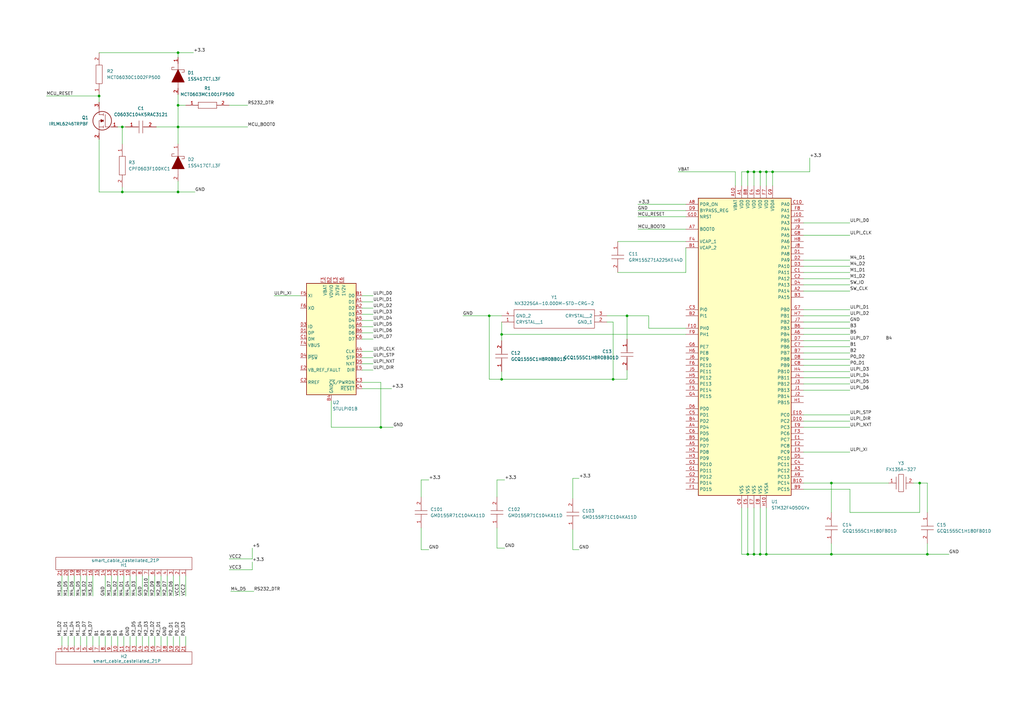
<source format=kicad_sch>
(kicad_sch (version 20211123) (generator eeschema)
  (paper "A3")
  (lib_symbols
    (symbol "Interface_USB:STULPI01B"
      (property "Reference" "U" (at -8.89 24.13 0))
      (property "Value" "STULPI01B" (at 8.89 24.13 0))
      (symbol "STULPI01B_1_1"
        (pin bidirectional line (at -12.7 15.24 0) (length 2.54) (name "D1") (number "A1"))
        (pin bidirectional line (at -12.7 12.7 0) (length 2.54) (name "D2") (number "A2"))
        (pin bidirectional line (at -12.7 10.16 0) (length 2.54) (name "D3") (number "A3"))
        (pin output line (at -12.7 -5.08 0) (length 2.54) (name "CLK") (number "A4"))
        (pin bidirectional line (at -12.7 7.62 0) (length 2.54) (name "D4") (number "A5"))
        (pin bidirectional line (at -12.7 5.08 0) (length 2.54) (name "D5") (number "A6"))
        (pin bidirectional line (at -12.7 17.78 0) (length 2.54) (name "D0") (number "B1"))
        (pin power_in line (at 0 25.4 270) (length 2.54) (name "VDVIO") (number "B2"))
        (pin passive line (at 0 25.4 270) (length 2.54) hide (name "VDVIO") (number "B3"))
        (pin power_in line (at 0 -25.4 90) (length 2.54) (name "GND") (number "B4"))
        (pin passive line (at 0 25.4 270) (length 2.54) hide (name "VDVIO") (number "B5"))
        (pin bidirectional line (at -12.7 2.54 0) (length 2.54) (name "D6") (number "B6"))
        (pin bidirectional line (at 12.7 0 180) (length 2.54) (name "DM") (number "C1"))
        (pin passive line (at 12.7 -17.78 180) (length 2.54) (name "RREF") (number "C2"))
        (pin input line (at -12.7 -17.78 0) (length 2.54) (name "~{CS}/PWRDN") (number "C3"))
        (pin input line (at -12.7 -20.32 0) (length 2.54) (name "~{RESET}") (number "C4"))
        (pin passive line (at 0 -25.4 90) (length 2.54) hide (name "GND") (number "C5"))
        (pin bidirectional line (at -12.7 0 0) (length 2.54) (name "D7") (number "C6"))
        (pin bidirectional line (at 12.7 2.54 180) (length 2.54) (name "DP") (number "D1"))
        (pin passive line (at 0 -25.4 90) (length 2.54) hide (name "GND") (number "D2"))
        (pin input line (at 12.7 5.08 180) (length 2.54) (name "ID") (number "D3"))
        (pin output line (at 12.7 -7.62 180) (length 2.54) (name "~{PSW}") (number "D4"))
        (pin output line (at -12.7 -10.16 0) (length 2.54) (name "NXT") (number "D5"))
        (pin input line (at -12.7 -7.62 0) (length 2.54) (name "STP") (number "D6"))
        (pin passive line (at 0 -25.4 90) (length 2.54) hide (name "GND") (number "E1"))
        (pin input line (at 12.7 -12.7 180) (length 2.54) (name "VB_REF_FAULT") (number "E2"))
        (pin passive line (at -2.54 25.4 270) (length 2.54) (name "3V3V") (number "E3"))
        (pin passive line (at 0 -25.4 90) (length 2.54) hide (name "GND") (number "E4"))
        (pin output line (at -12.7 -12.7 0) (length 2.54) (name "DIR") (number "E5"))
        (pin passive line (at -5.08 25.4 270) (length 2.54) (name "1V2V") (number "E6"))
        (pin no_connect line (at -10.16 -2.54 0) (length 2.54) hide (name "NC") (number "F1"))
        (pin no_connect line (at -10.16 -15.24 0) (length 2.54) hide (name "NC") (number "F2"))
        (pin power_in line (at 2.54 25.4 270) (length 2.54) (name "VBAT") (number "F3"))
        (pin bidirectional line (at 12.7 -2.54 180) (length 2.54) (name "VBUS") (number "F4"))
        (pin input line (at 12.7 17.78 180) (length 2.54) (name "XI") (number "F5"))
        (pin output line (at 12.7 12.7 180) (length 2.54) (name "XO") (number "F6"))
      )
    )
    (symbol "MCU_ST_STM32F4:STM32F405OGYx"
      (property "Reference" "U" (at -20.32 62.23 0))
      (property "Value" "STM32F405OGYx" (at 12.7 62.23 0))
      (symbol "STM32F405OGYx_1_1"
        (pin power_in line (at -2.54 66.04 270) (length 5.08) (name "VDD") (number "A1"))
        (pin power_in line (at -5.08 66.04 270) (length 5.08) (name "VBAT") (number "A10"))
        (pin bidirectional line (at 22.86 22.86 180) (length 5.08) (name "PA14") (number "A2"))
        (pin bidirectional line (at 22.86 -50.8 180) (length 5.08) (name "PC12") (number "A3"))
        (pin bidirectional line (at -25.4 -33.02 0) (length 5.08) (name "PD4") (number "A4"))
        (pin bidirectional line (at -25.4 -40.64 0) (length 5.08) (name "PD7") (number "A5"))
        (pin bidirectional line (at 22.86 5.08 180) (length 5.08) (name "PB4") (number "A6"))
        (pin input line (at -25.4 48.26 0) (length 5.08) (name "BOOT0") (number "A7"))
        (pin input line (at -25.4 58.42 0) (length 5.08) (name "PDR_ON") (number "A8"))
        (pin bidirectional line (at 22.86 -53.34 180) (length 5.08) (name "PC13") (number "A9"))
        (pin power_in line (at -25.4 40.64 0) (length 5.08) (name "VCAP_2") (number "B1"))
        (pin bidirectional line (at 22.86 -55.88 180) (length 5.08) (name "PC14") (number "B10"))
        (pin bidirectional line (at -25.4 12.7 0) (length 5.08) (name "PI1") (number "B2"))
        (pin bidirectional line (at 22.86 20.32 180) (length 5.08) (name "PA15") (number "B3"))
        (pin bidirectional line (at -25.4 -30.48 0) (length 5.08) (name "PD2") (number "B4"))
        (pin bidirectional line (at -25.4 -38.1 0) (length 5.08) (name "PD6") (number "B5"))
        (pin bidirectional line (at 22.86 7.62 180) (length 5.08) (name "PB3") (number "B6"))
        (pin bidirectional line (at 22.86 -2.54 180) (length 5.08) (name "PB7") (number "B7"))
        (pin power_in line (at 0 66.04 270) (length 5.08) (name "VDD") (number "B8"))
        (pin bidirectional line (at 22.86 -58.42 180) (length 5.08) (name "PC15") (number "B9"))
        (pin bidirectional line (at 22.86 30.48 180) (length 5.08) (name "PA11") (number "C1"))
        (pin bidirectional line (at 22.86 58.42 180) (length 5.08) (name "PA0") (number "C10"))
        (pin bidirectional line (at 22.86 27.94 180) (length 5.08) (name "PA12") (number "C2"))
        (pin bidirectional line (at -25.4 15.24 0) (length 5.08) (name "PI0") (number "C3"))
        (pin bidirectional line (at 22.86 -48.26 180) (length 5.08) (name "PC11") (number "C4"))
        (pin bidirectional line (at -25.4 -27.94 0) (length 5.08) (name "PD1") (number "C5"))
        (pin bidirectional line (at -25.4 -35.56 0) (length 5.08) (name "PD5") (number "C6"))
        (pin bidirectional line (at 22.86 0 180) (length 5.08) (name "PB6") (number "C7"))
        (pin bidirectional line (at 22.86 -7.62 180) (length 5.08) (name "PB9") (number "C8"))
        (pin power_in line (at -2.54 -66.04 90) (length 5.08) (name "VSS") (number "C9"))
        (pin bidirectional line (at 22.86 38.1 180) (length 5.08) (name "PA8") (number "D1"))
        (pin bidirectional line (at 22.86 -30.48 180) (length 5.08) (name "PC2") (number "D10"))
        (pin bidirectional line (at 22.86 35.56 180) (length 5.08) (name "PA9") (number "D2"))
        (pin bidirectional line (at 22.86 33.02 180) (length 5.08) (name "PA10") (number "D3"))
        (pin bidirectional line (at 22.86 25.4 180) (length 5.08) (name "PA13") (number "D4"))
        (pin bidirectional line (at 22.86 -45.72 180) (length 5.08) (name "PC10") (number "D5"))
        (pin bidirectional line (at -25.4 -25.4 0) (length 5.08) (name "PD0") (number "D6"))
        (pin bidirectional line (at 22.86 2.54 180) (length 5.08) (name "PB5") (number "D7"))
        (pin bidirectional line (at 22.86 -5.08 180) (length 5.08) (name "PB8") (number "D8"))
        (pin input line (at -25.4 55.88 0) (length 5.08) (name "BYPASS_REG") (number "D9"))
        (pin bidirectional line (at 22.86 -38.1 180) (length 5.08) (name "PC7") (number "E1"))
        (pin bidirectional line (at 22.86 -27.94 180) (length 5.08) (name "PC0") (number "E10"))
        (pin bidirectional line (at 22.86 -40.64 180) (length 5.08) (name "PC8") (number "E2"))
        (pin bidirectional line (at 22.86 -43.18 180) (length 5.08) (name "PC9") (number "E3"))
        (pin power_in line (at 2.54 66.04 270) (length 5.08) (name "VDD") (number "E4"))
        (pin power_in line (at 0 -66.04 90) (length 5.08) (name "VSS") (number "E5"))
        (pin power_in line (at 5.08 66.04 270) (length 5.08) (name "VDD") (number "E6"))
        (pin power_in line (at 2.54 -66.04 90) (length 5.08) (name "VSS") (number "E7"))
        (pin power_in line (at 5.08 -66.04 90) (length 5.08) (name "VSS") (number "E8"))
        (pin bidirectional line (at 22.86 -33.02 180) (length 5.08) (name "PC3") (number "E9"))
        (pin bidirectional line (at -25.4 -58.42 0) (length 5.08) (name "PD15") (number "F1"))
        (pin input line (at -25.4 7.62 0) (length 5.08) (name "PH0") (number "F10"))
        (pin bidirectional line (at -25.4 -55.88 0) (length 5.08) (name "PD14") (number "F2"))
        (pin bidirectional line (at 22.86 -35.56 180) (length 5.08) (name "PC6") (number "F3"))
        (pin power_in line (at -25.4 43.18 0) (length 5.08) (name "VCAP_1") (number "F4"))
        (pin bidirectional line (at -25.4 -17.78 0) (length 5.08) (name "PE14") (number "F5"))
        (pin bidirectional line (at -25.4 -7.62 0) (length 5.08) (name "PE10") (number "F6"))
        (pin power_in line (at 7.62 66.04 270) (length 5.08) (name "VDD") (number "F7"))
        (pin bidirectional line (at 22.86 55.88 180) (length 5.08) (name "PA1") (number "F8"))
        (pin input line (at -25.4 5.08 0) (length 5.08) (name "PH1") (number "F9"))
        (pin bidirectional line (at -25.4 -50.8 0) (length 5.08) (name "PD11") (number "G1"))
        (pin input line (at -25.4 53.34 0) (length 5.08) (name "NRST") (number "G10"))
        (pin bidirectional line (at -25.4 -53.34 0) (length 5.08) (name "PD12") (number "G2"))
        (pin bidirectional line (at -25.4 -48.26 0) (length 5.08) (name "PD10") (number "G3"))
        (pin bidirectional line (at -25.4 -20.32 0) (length 5.08) (name "PE15") (number "G4"))
        (pin bidirectional line (at -25.4 -15.24 0) (length 5.08) (name "PE13") (number "G5"))
        (pin bidirectional line (at -25.4 0 0) (length 5.08) (name "PE7") (number "G6"))
        (pin bidirectional line (at 22.86 15.24 180) (length 5.08) (name "PB0") (number "G7"))
        (pin bidirectional line (at 22.86 45.72 180) (length 5.08) (name "PA5") (number "G8"))
        (pin power_in line (at 10.16 66.04 270) (length 5.08) (name "VDDA") (number "G9"))
        (pin bidirectional line (at 22.86 -22.86 180) (length 5.08) (name "PB15") (number "H1"))
        (pin power_in line (at 7.62 -66.04 90) (length 5.08) (name "VSSA") (number "H10"))
        (pin bidirectional line (at -25.4 -43.18 0) (length 5.08) (name "PD8") (number "H2"))
        (pin bidirectional line (at -25.4 -45.72 0) (length 5.08) (name "PD9") (number "H3"))
        (pin bidirectional line (at 22.86 -10.16 180) (length 5.08) (name "PB10") (number "H4"))
        (pin bidirectional line (at -25.4 -12.7 0) (length 5.08) (name "PE12") (number "H5"))
        (pin bidirectional line (at -25.4 -2.54 0) (length 5.08) (name "PE8") (number "H6"))
        (pin bidirectional line (at 22.86 12.7 180) (length 5.08) (name "PB1") (number "H7"))
        (pin bidirectional line (at 22.86 43.18 180) (length 5.08) (name "PA6") (number "H8"))
        (pin bidirectional line (at 22.86 50.8 180) (length 5.08) (name "PA3") (number "H9"))
        (pin bidirectional line (at 22.86 -17.78 180) (length 5.08) (name "PB13") (number "J1"))
        (pin bidirectional line (at 22.86 53.34 180) (length 5.08) (name "PA2") (number "J10"))
        (pin bidirectional line (at 22.86 -20.32 180) (length 5.08) (name "PB14") (number "J2"))
        (pin bidirectional line (at 22.86 -15.24 180) (length 5.08) (name "PB12") (number "J3"))
        (pin bidirectional line (at 22.86 -12.7 180) (length 5.08) (name "PB11") (number "J4"))
        (pin bidirectional line (at -25.4 -10.16 0) (length 5.08) (name "PE11") (number "J5"))
        (pin bidirectional line (at -25.4 -5.08 0) (length 5.08) (name "PE9") (number "J6"))
        (pin bidirectional line (at 22.86 10.16 180) (length 5.08) (name "PB2") (number "J7"))
        (pin bidirectional line (at 22.86 40.64 180) (length 5.08) (name "PA7") (number "J8"))
        (pin bidirectional line (at 22.86 48.26 180) (length 5.08) (name "PA4") (number "J9"))
      )
    )
    (symbol "SamacSys_Parts:1SS417CT,L3F" (pin_names (offset 0.762))
      (property "Reference" "D" (at 12.7 8.89 0))
      (property "Value" "1SS417CT,L3F" (at 12.7 6.35 0))
      (symbol "1SS417CT,L3F_0_0"
        (pin passive line (at 2.54 0 0) (length 2.54) (name "~") (number "1"))
        (pin passive line (at 17.78 0 180) (length 2.54) (name "~") (number "2"))
      )
    )
    (symbol "SamacSys_Parts:C0603C104K5RAC3121" (pin_names (offset 0.762))
      (property "Reference" "C" (at 8.89 6.35 0))
      (property "Value" "C0603C104K5RAC3121" (at 8.89 3.81 0))
      (symbol "C0603C104K5RAC3121_0_0"
        (pin passive line (at 0 0 0) (length 5.08) (name "~") (number "1"))
        (pin passive line (at 12.7 0 180) (length 5.08) (name "~") (number "2"))
      )
    )
    (symbol "SamacSys_Parts:CPF0603F100KC1" (pin_names (offset 0.762))
      (property "Reference" "R" (at 13.97 6.35 0))
      (property "Value" "CPF0603F100KC1" (at 13.97 3.81 0))
      (symbol "CPF0603F100KC1_0_0"
        (pin passive line (at 0 0 0) (length 5.08) (name "~") (number "1"))
        (pin passive line (at 17.78 0 180) (length 5.08) (name "~") (number "2"))
      )
    )
    (symbol "SamacSys_Parts:FX135A-327" (pin_names (offset 0.762))
      (property "Reference" "Y" (at 8.89 6.35 0))
      (property "Value" "FX135A-327" (at 8.89 3.81 0))
      (symbol "FX135A-327_0_0"
        (pin passive line (at 0 0 0) (length 2.54) (name "~") (number "1"))
        (pin passive line (at 10.16 0 180) (length 2.54) (name "~") (number "2"))
      )
    )
    (symbol "SamacSys_Parts:GCQ1555C1H180FB01D" (pin_names (offset 0.762))
      (property "Reference" "C" (at 8.89 6.35 0))
      (property "Value" "GCQ1555C1H180FB01D" (at 8.89 3.81 0))
      (symbol "GCQ1555C1H180FB01D_0_0"
        (pin passive line (at 0 0 0) (length 5.08) (name "~") (number "1"))
        (pin passive line (at 12.7 0 180) (length 5.08) (name "~") (number "2"))
      )
    )
    (symbol "SamacSys_Parts:GCQ1555C1H8R0BB01D" (pin_names (offset 0.762))
      (property "Reference" "C" (at 8.89 6.35 0))
      (property "Value" "GCQ1555C1H8R0BB01D" (at 8.89 3.81 0))
      (symbol "GCQ1555C1H8R0BB01D_0_0"
        (pin passive line (at 0 0 0) (length 5.08) (name "~") (number "1"))
        (pin passive line (at 12.7 0 180) (length 5.08) (name "~") (number "2"))
      )
    )
    (symbol "SamacSys_Parts:GMD155R71C104KA11D" (pin_names (offset 0.762))
      (property "Reference" "C" (at 8.89 6.35 0))
      (property "Value" "GMD155R71C104KA11D" (at 8.89 3.81 0))
      (symbol "GMD155R71C104KA11D_0_0"
        (pin passive line (at 0 0 0) (length 5.08) (name "~") (number "1"))
        (pin passive line (at 12.7 0 180) (length 5.08) (name "~") (number "2"))
      )
    )
    (symbol "SamacSys_Parts:GRM155Z71A225KE44D" (pin_names (offset 0.762))
      (property "Reference" "C" (at 8.89 6.35 0))
      (property "Value" "GRM155Z71A225KE44D" (at 8.89 3.81 0))
      (symbol "GRM155Z71A225KE44D_0_0"
        (pin passive line (at 0 0 0) (length 5.08) (name "~") (number "1"))
        (pin passive line (at 12.7 0 180) (length 5.08) (name "~") (number "2"))
      )
    )
    (symbol "SamacSys_Parts:IRLML6246TRPBF" (pin_names (offset 0.762))
      (property "Reference" "Q" (at 11.43 3.81 0))
      (property "Value" "IRLML6246TRPBF" (at 11.43 1.27 0))
      (symbol "IRLML6246TRPBF_0_0"
        (pin passive line (at 0 0 0) (length 2.54) (name "~") (number "1"))
        (pin passive line (at 7.62 -5.08 90) (length 2.54) (name "~") (number "2"))
        (pin passive line (at 7.62 10.16 270) (length 2.54) (name "~") (number "3"))
      )
    )
    (symbol "SamacSys_Parts:MCT06030C1002FP500" (pin_names (offset 0.762))
      (property "Reference" "R" (at 13.97 6.35 0))
      (property "Value" "MCT06030C1002FP500" (at 13.97 3.81 0))
      (symbol "MCT06030C1002FP500_0_0"
        (pin passive line (at 0 0 0) (length 5.08) (name "~") (number "1"))
        (pin passive line (at 17.78 0 180) (length 5.08) (name "~") (number "2"))
      )
    )
    (symbol "SamacSys_Parts:MCT0603MC1001FP500" (pin_names (offset 0.762))
      (property "Reference" "R" (at 13.97 6.35 0))
      (property "Value" "MCT0603MC1001FP500" (at 13.97 3.81 0))
      (symbol "MCT0603MC1001FP500_0_0"
        (pin passive line (at 0 0 0) (length 5.08) (name "~") (number "1"))
        (pin passive line (at 17.78 0 180) (length 5.08) (name "~") (number "2"))
      )
    )
    (symbol "SamacSys_Parts:NX3225GA-10.000M-STD-CRG-2" (pin_names (offset 0.762))
      (property "Reference" "Y" (at 39.37 7.62 0))
      (property "Value" "NX3225GA-10.000M-STD-CRG-2" (at 39.37 5.08 0))
      (symbol "NX3225GA-10.000M-STD-CRG-2_0_0"
        (pin passive line (at 0 -2.54 0) (length 5.08) (name "CRYSTAL__1") (number "1"))
        (pin passive line (at 43.18 -2.54 180) (length 5.08) (name "GND_1") (number "2"))
        (pin passive line (at 43.18 0 180) (length 5.08) (name "CRYSTAL__2") (number "3"))
        (pin passive line (at 0 0 0) (length 5.08) (name "GND_2") (number "4"))
      )
    )
    (symbol "connectors:smart_cable_castellated_21P"
      (property "Reference" "J1" (at 1.27 7.4676 0))
      (property "Value" "smart_cable_castellated_21P" (at 1.778 0.9652 0))
      (property "Footprint" "Kicad Libs:smart_cable_castellated_21p" (at 2.4384 -1.0668 0))
      (symbol "smart_cable_castellated_21P_1_1"
        (pin passive line (at -25.4 5.08 270) (length 2.54) (name "") (number "1"))
        (pin passive line (at -2.54 5.08 270) (length 2.54) (name "") (number "10"))
        (pin passive line (at 0 5.08 270) (length 2.54) (name "") (number "11"))
        (pin passive line (at 2.54 5.08 270) (length 2.54) (name "") (number "12"))
        (pin passive line (at 5.08 5.08 270) (length 2.54) (name "") (number "13"))
        (pin passive line (at 7.62 5.08 270) (length 2.54) (name "") (number "14"))
        (pin passive line (at 10.16 5.08 270) (length 2.54) (name "") (number "15"))
        (pin passive line (at 12.7 5.08 270) (length 2.54) (name "") (number "16"))
        (pin passive line (at 15.24 5.08 270) (length 2.54) (name "") (number "17"))
        (pin passive line (at 17.78 5.08 270) (length 2.54) (name "") (number "18"))
        (pin passive line (at 20.32 5.08 270) (length 2.54) (name "") (number "19"))
        (pin passive line (at -22.86 5.08 270) (length 2.54) (name "") (number "2"))
        (pin passive line (at 22.86 5.08 270) (length 2.54) (name "") (number "20"))
        (pin passive line (at 25.4 5.08 270) (length 2.54) (name "") (number "21"))
        (pin passive line (at -20.32 5.08 270) (length 2.54) (name "") (number "3"))
        (pin passive line (at -17.78 5.08 270) (length 2.54) (name "") (number "4"))
        (pin passive line (at -15.24 5.08 270) (length 2.54) (name "") (number "5"))
        (pin passive line (at -12.7 5.08 270) (length 2.54) (name "") (number "6"))
        (pin passive line (at -10.16 5.08 270) (length 2.54) (name "") (number "7"))
        (pin passive line (at -7.62 5.08 270) (length 2.54) (name "") (number "8"))
        (pin passive line (at -5.08 5.08 270) (length 2.54) (name "") (number "9"))
      )
    )
    (symbol "smart_cable_castellated_21P_1"
      (property "Reference" "J1" (at 1.27 7.4676 0))
      (property "Value" "smart_cable_castellated_21P_1" (at 1.778 0.9652 0))
      (property "Footprint" "Kicad Libs:smart_cable_castellated_21p" (at 2.4384 -1.0668 0))
      (symbol "smart_cable_castellated_21P_1_1_1"
        (pin passive line (at -25.4 5.08 270) (length 2.54) (name "") (number "1"))
        (pin passive line (at -2.54 5.08 270) (length 2.54) (name "") (number "10"))
        (pin passive line (at 0 5.08 270) (length 2.54) (name "") (number "11"))
        (pin passive line (at 2.54 5.08 270) (length 2.54) (name "") (number "12"))
        (pin passive line (at 5.08 5.08 270) (length 2.54) (name "") (number "13"))
        (pin passive line (at 7.62 5.08 270) (length 2.54) (name "") (number "14"))
        (pin passive line (at 10.16 5.08 270) (length 2.54) (name "") (number "15"))
        (pin passive line (at 12.7 5.08 270) (length 2.54) (name "") (number "16"))
        (pin passive line (at 15.24 5.08 270) (length 2.54) (name "") (number "17"))
        (pin passive line (at 17.78 5.08 270) (length 2.54) (name "") (number "18"))
        (pin passive line (at 20.32 5.08 270) (length 2.54) (name "") (number "19"))
        (pin passive line (at -22.86 5.08 270) (length 2.54) (name "") (number "2"))
        (pin passive line (at 22.86 5.08 270) (length 2.54) (name "") (number "20"))
        (pin passive line (at 25.4 5.08 270) (length 2.54) (name "") (number "21"))
        (pin passive line (at -20.32 5.08 270) (length 2.54) (name "") (number "3"))
        (pin passive line (at -17.78 5.08 270) (length 2.54) (name "") (number "4"))
        (pin passive line (at -15.24 5.08 270) (length 2.54) (name "") (number "5"))
        (pin passive line (at -12.7 5.08 270) (length 2.54) (name "") (number "6"))
        (pin passive line (at -10.16 5.08 270) (length 2.54) (name "") (number "7"))
        (pin passive line (at -7.62 5.08 270) (length 2.54) (name "") (number "8"))
        (pin passive line (at -5.08 5.08 270) (length 2.54) (name "") (number "9"))
      )
    )
  )
  (junction (at 340.995 227.33))
  (junction (at 73.025 43.18))
  (junction (at 205.74 137.16))
  (junction (at 309.245 227.33))
  (junction (at 316.865 70.485))
  (junction (at 306.705 227.33))
  (junction (at 40.64 39.37))
  (junction (at 306.705 70.485))
  (junction (at 73.025 52.07))
  (junction (at 380.365 227.33))
  (junction (at 73.025 78.74))
  (junction (at 340.995 198.12))
  (junction (at 309.245 70.485))
  (junction (at 377.19 198.12))
  (junction (at 73.025 21.59))
  (junction (at 205.74 155.575))
  (junction (at 314.325 70.485))
  (junction (at 251.46 155.575))
  (junction (at 257.175 129.54))
  (junction (at 311.785 70.485))
  (junction (at 50.165 52.07))
  (junction (at 314.325 227.33))
  (junction (at 311.785 227.33))
  (junction (at 200.66 129.54))
  (junction (at 156.21 175.26))
  (junction (at 50.165 78.74))
  (wire (pts (xy 73.025 43.18) (xy 76.2 43.18)))
  (wire (pts (xy 148.59 146.685) (xy 153.035 146.685)))
  (wire (pts (xy 203.835 224.79) (xy 207.01 224.79)))
  (wire (pts (xy 40.64 57.15) (xy 40.64 78.74)))
  (wire (pts (xy 172.72 225.425) (xy 175.895 225.425)))
  (wire (pts (xy 148.59 136.525) (xy 153.035 136.525)))
  (wire (pts (xy 340.995 227.33) (xy 380.365 227.33)))
  (wire (pts (xy 329.565 134.62) (xy 348.615 134.62)))
  (wire (pts (xy 40.64 21.59) (xy 73.025 21.59)))
  (wire (pts (xy 329.565 142.24) (xy 348.615 142.24)))
  (wire (pts (xy 314.325 208.28) (xy 314.325 227.33)))
  (wire (pts (xy 25.4 260.985) (xy 25.4 264.795)))
  (wire (pts (xy 148.59 128.905) (xy 153.035 128.905)))
  (wire (pts (xy 251.46 132.08) (xy 251.46 155.575)))
  (wire (pts (xy 73.025 43.18) (xy 73.025 52.07)))
  (wire (pts (xy 58.42 260.985) (xy 58.42 264.795)))
  (wire (pts (xy 348.615 200.66) (xy 348.615 210.185)))
  (wire (pts (xy 73.025 52.07) (xy 101.6 52.07)))
  (wire (pts (xy 205.74 155.575) (xy 251.46 155.575)))
  (wire (pts (xy 304.165 76.2) (xy 304.165 70.485)))
  (wire (pts (xy 281.305 101.6) (xy 281.305 111.76)))
  (wire (pts (xy 278.13 70.485) (xy 301.625 70.485)))
  (wire (pts (xy 329.565 198.12) (xy 340.995 198.12)))
  (wire (pts (xy 304.165 70.485) (xy 306.705 70.485)))
  (wire (pts (xy 329.565 127) (xy 348.615 127)))
  (wire (pts (xy 380.365 227.33) (xy 389.255 227.33)))
  (wire (pts (xy 63.5 236.22) (xy 63.5 244.475)))
  (wire (pts (xy 251.46 155.575) (xy 257.175 155.575)))
  (wire (pts (xy 329.565 170.18) (xy 348.615 170.18)))
  (wire (pts (xy 248.92 132.08) (xy 251.46 132.08)))
  (wire (pts (xy 103.505 233.68) (xy 103.505 230.505)))
  (wire (pts (xy 93.98 229.235) (xy 103.505 229.235)))
  (wire (pts (xy 40.64 260.985) (xy 40.64 264.795)))
  (wire (pts (xy 205.74 132.08) (xy 205.74 137.16)))
  (wire (pts (xy 200.66 155.575) (xy 205.74 155.575)))
  (wire (pts (xy 304.165 208.28) (xy 304.165 227.33)))
  (wire (pts (xy 329.565 119.38) (xy 348.615 119.38)))
  (wire (pts (xy 93.98 233.68) (xy 103.505 233.68)))
  (wire (pts (xy 253.365 111.76) (xy 281.305 111.76)))
  (wire (pts (xy 329.565 114.3) (xy 348.615 114.3)))
  (wire (pts (xy 73.66 260.985) (xy 73.66 264.795)))
  (wire (pts (xy 329.565 154.94) (xy 348.615 154.94)))
  (wire (pts (xy 205.74 137.16) (xy 205.74 139.7)))
  (wire (pts (xy 40.64 39.37) (xy 40.64 41.91)))
  (wire (pts (xy 73.025 38.735) (xy 73.025 43.18)))
  (wire (pts (xy 79.375 21.59) (xy 73.025 21.59)))
  (wire (pts (xy 60.96 260.985) (xy 60.96 264.795)))
  (wire (pts (xy 309.245 70.485) (xy 311.785 70.485)))
  (wire (pts (xy 112.395 121.285) (xy 123.19 121.285)))
  (wire (pts (xy 329.565 106.68) (xy 348.615 106.68)))
  (wire (pts (xy 63.5 260.985) (xy 63.5 264.795)))
  (wire (pts (xy 380.365 222.885) (xy 380.365 227.33)))
  (wire (pts (xy 266.065 129.54) (xy 266.065 134.62)))
  (wire (pts (xy 148.59 144.145) (xy 153.035 144.145)))
  (wire (pts (xy 329.565 116.84) (xy 348.615 116.84)))
  (wire (pts (xy 55.88 260.985) (xy 55.88 264.795)))
  (wire (pts (xy 76.2 260.985) (xy 76.2 264.795)))
  (wire (pts (xy 38.1 236.22) (xy 38.1 244.475)))
  (wire (pts (xy 73.025 78.74) (xy 80.01 78.74)))
  (wire (pts (xy 253.365 99.06) (xy 281.305 99.06)))
  (wire (pts (xy 48.26 52.07) (xy 50.165 52.07)))
  (wire (pts (xy 234.95 217.17) (xy 234.95 225.425)))
  (wire (pts (xy 329.565 200.66) (xy 348.615 200.66)))
  (wire (pts (xy 53.34 260.985) (xy 53.34 264.795)))
  (wire (pts (xy 45.72 236.22) (xy 45.72 244.475)))
  (wire (pts (xy 311.785 70.485) (xy 311.785 76.2)))
  (wire (pts (xy 261.62 83.82) (xy 281.305 83.82)))
  (wire (pts (xy 329.565 111.76) (xy 348.615 111.76)))
  (wire (pts (xy 48.26 260.985) (xy 48.26 264.795)))
  (wire (pts (xy 281.305 137.16) (xy 205.74 137.16)))
  (wire (pts (xy 329.565 137.16) (xy 348.615 137.16)))
  (wire (pts (xy 314.325 70.485) (xy 316.865 70.485)))
  (wire (pts (xy 50.165 78.74) (xy 73.025 78.74)))
  (wire (pts (xy 257.175 155.575) (xy 257.175 151.765)))
  (wire (pts (xy 314.325 227.33) (xy 340.995 227.33)))
  (wire (pts (xy 203.835 216.535) (xy 203.835 224.79)))
  (wire (pts (xy 33.02 260.985) (xy 33.02 264.795)))
  (wire (pts (xy 25.4 236.22) (xy 25.4 244.475)))
  (wire (pts (xy 135.89 164.465) (xy 135.89 175.26)))
  (wire (pts (xy 261.62 88.9) (xy 281.305 88.9)))
  (wire (pts (xy 332.105 64.77) (xy 332.105 70.485)))
  (wire (pts (xy 306.705 70.485) (xy 306.705 76.2)))
  (wire (pts (xy 30.48 236.22) (xy 30.48 244.475)))
  (wire (pts (xy 309.245 208.28) (xy 309.245 227.33)))
  (wire (pts (xy 281.305 134.62) (xy 266.065 134.62)))
  (wire (pts (xy 73.025 78.74) (xy 73.025 74.295)))
  (wire (pts (xy 148.59 123.825) (xy 153.035 123.825)))
  (wire (pts (xy 27.94 236.22) (xy 27.94 244.475)))
  (wire (pts (xy 148.59 133.985) (xy 153.035 133.985)))
  (wire (pts (xy 172.72 196.85) (xy 175.895 196.85)))
  (wire (pts (xy 66.04 260.985) (xy 66.04 264.795)))
  (wire (pts (xy 148.59 126.365) (xy 153.035 126.365)))
  (wire (pts (xy 148.59 149.225) (xy 153.035 149.225)))
  (wire (pts (xy 94.615 242.57) (xy 104.14 242.57)))
  (wire (pts (xy 311.785 227.33) (xy 314.325 227.33)))
  (wire (pts (xy 329.565 152.4) (xy 348.615 152.4)))
  (wire (pts (xy 71.12 236.22) (xy 71.12 244.475)))
  (wire (pts (xy 340.995 198.12) (xy 340.995 210.185)))
  (wire (pts (xy 234.95 204.47) (xy 234.95 196.215)))
  (wire (pts (xy 257.175 129.54) (xy 266.065 129.54)))
  (wire (pts (xy 50.8 236.22) (xy 50.8 244.475)))
  (wire (pts (xy 316.865 70.485) (xy 316.865 76.2)))
  (wire (pts (xy 248.92 129.54) (xy 257.175 129.54)))
  (wire (pts (xy 329.565 96.52) (xy 348.615 96.52)))
  (wire (pts (xy 329.565 91.44) (xy 348.615 91.44)))
  (wire (pts (xy 43.18 260.985) (xy 43.18 264.795)))
  (wire (pts (xy 148.59 131.445) (xy 153.035 131.445)))
  (wire (pts (xy 33.02 236.22) (xy 33.02 244.475)))
  (wire (pts (xy 19.05 39.37) (xy 40.64 39.37)))
  (wire (pts (xy 55.88 236.22) (xy 55.88 244.475)))
  (wire (pts (xy 329.565 132.08) (xy 348.615 132.08)))
  (wire (pts (xy 329.565 175.26) (xy 348.615 175.26)))
  (wire (pts (xy 73.025 21.59) (xy 73.025 23.495)))
  (wire (pts (xy 27.94 260.985) (xy 27.94 264.795)))
  (wire (pts (xy 329.565 160.02) (xy 348.615 160.02)))
  (wire (pts (xy 148.59 121.285) (xy 153.035 121.285)))
  (wire (pts (xy 314.325 70.485) (xy 314.325 76.2)))
  (wire (pts (xy 135.89 175.26) (xy 156.21 175.26)))
  (wire (pts (xy 50.165 59.055) (xy 50.165 52.07)))
  (wire (pts (xy 148.59 156.845) (xy 156.21 156.845)))
  (wire (pts (xy 340.995 198.12) (xy 364.49 198.12)))
  (wire (pts (xy 329.565 109.22) (xy 348.615 109.22)))
  (wire (pts (xy 73.025 52.07) (xy 73.025 59.055)))
  (wire (pts (xy 93.98 43.18) (xy 101.6 43.18)))
  (wire (pts (xy 257.175 129.54) (xy 257.175 139.065)))
  (wire (pts (xy 58.42 236.22) (xy 58.42 244.475)))
  (wire (pts (xy 309.245 70.485) (xy 309.245 76.2)))
  (wire (pts (xy 261.62 86.36) (xy 281.305 86.36)))
  (wire (pts (xy 148.59 159.385) (xy 160.655 159.385)))
  (wire (pts (xy 329.565 157.48) (xy 348.615 157.48)))
  (wire (pts (xy 156.21 156.845) (xy 156.21 175.26)))
  (wire (pts (xy 377.19 210.185) (xy 377.19 198.12)))
  (wire (pts (xy 48.26 236.22) (xy 48.26 244.475)))
  (wire (pts (xy 45.72 260.985) (xy 45.72 264.795)))
  (wire (pts (xy 316.865 70.485) (xy 332.105 70.485)))
  (wire (pts (xy 329.565 149.86) (xy 348.615 149.86)))
  (wire (pts (xy 205.74 129.54) (xy 200.66 129.54)))
  (wire (pts (xy 329.565 147.32) (xy 348.615 147.32)))
  (wire (pts (xy 380.365 210.185) (xy 380.365 198.12)))
  (wire (pts (xy 374.65 198.12) (xy 377.19 198.12)))
  (wire (pts (xy 306.705 70.485) (xy 309.245 70.485)))
  (wire (pts (xy 156.21 175.26) (xy 161.29 175.26)))
  (wire (pts (xy 189.865 129.54) (xy 200.66 129.54)))
  (wire (pts (xy 50.165 52.07) (xy 51.435 52.07)))
  (wire (pts (xy 377.19 198.12) (xy 380.365 198.12)))
  (wire (pts (xy 64.135 52.07) (xy 73.025 52.07)))
  (wire (pts (xy 50.165 76.835) (xy 50.165 78.74)))
  (wire (pts (xy 43.18 236.22) (xy 43.18 244.475)))
  (wire (pts (xy 205.74 152.4) (xy 205.74 155.575)))
  (wire (pts (xy 329.565 129.54) (xy 348.615 129.54)))
  (wire (pts (xy 348.615 210.185) (xy 377.19 210.185)))
  (wire (pts (xy 329.565 185.42) (xy 348.615 185.42)))
  (wire (pts (xy 200.66 129.54) (xy 200.66 155.575)))
  (wire (pts (xy 329.565 144.78) (xy 348.615 144.78)))
  (wire (pts (xy 311.785 70.485) (xy 314.325 70.485)))
  (wire (pts (xy 306.705 227.33) (xy 309.245 227.33)))
  (wire (pts (xy 30.48 260.985) (xy 30.48 264.795)))
  (wire (pts (xy 340.995 222.885) (xy 340.995 227.33)))
  (wire (pts (xy 203.835 203.835) (xy 203.835 196.85)))
  (wire (pts (xy 148.59 151.765) (xy 153.035 151.765)))
  (wire (pts (xy 311.785 208.28) (xy 311.785 227.33)))
  (wire (pts (xy 148.59 139.065) (xy 153.035 139.065)))
  (wire (pts (xy 306.705 208.28) (xy 306.705 227.33)))
  (wire (pts (xy 60.96 236.22) (xy 60.96 244.475)))
  (wire (pts (xy 53.34 236.22) (xy 53.34 244.475)))
  (wire (pts (xy 38.1 260.985) (xy 38.1 264.795)))
  (wire (pts (xy 172.72 203.835) (xy 172.72 196.85)))
  (wire (pts (xy 329.565 139.7) (xy 348.615 139.7)))
  (wire (pts (xy 304.165 227.33) (xy 306.705 227.33)))
  (wire (pts (xy 261.62 93.98) (xy 281.305 93.98)))
  (wire (pts (xy 68.58 260.985) (xy 68.58 264.795)))
  (wire (pts (xy 50.8 260.985) (xy 50.8 264.795)))
  (wire (pts (xy 172.72 216.535) (xy 172.72 225.425)))
  (wire (pts (xy 203.835 196.85) (xy 207.01 196.85)))
  (wire (pts (xy 35.56 236.22) (xy 35.56 244.475)))
  (wire (pts (xy 329.565 172.72) (xy 348.615 172.72)))
  (wire (pts (xy 73.66 236.22) (xy 73.66 244.475)))
  (wire (pts (xy 234.95 225.425) (xy 237.49 225.425)))
  (wire (pts (xy 68.58 236.22) (xy 68.58 244.475)))
  (wire (pts (xy 35.56 260.985) (xy 35.56 264.795)))
  (wire (pts (xy 66.04 236.22) (xy 66.04 244.475)))
  (wire (pts (xy 301.625 70.485) (xy 301.625 76.2)))
  (wire (pts (xy 103.505 224.79) (xy 103.505 229.235)))
  (wire (pts (xy 71.12 260.985) (xy 71.12 264.795)))
  (wire (pts (xy 309.245 227.33) (xy 311.785 227.33)))
  (wire (pts (xy 234.95 196.215) (xy 237.49 196.215)))
  (wire (pts (xy 76.2 236.22) (xy 76.2 244.475)))
  (wire (pts (xy 40.64 78.74) (xy 50.165 78.74)))
  (label "ULPI_D2" (at 153.035 126.365 0))
  (label "P0_D2" (at 73.66 260.985 90))
  (label "ULPI_D4" (at 348.615 154.94 0))
  (label "MCU_BOOT0" (at 101.6 52.07 0))
  (label "GND" (at 207.01 224.79 0))
  (label "M2_D6" (at 71.12 244.475 90))
  (label "MCU_RESET" (at 261.62 88.9 0))
  (label "ULPI_D2" (at 348.615 129.54 0))
  (label "M2_D8" (at 66.04 244.475 90))
  (label "ULPI_STP" (at 348.615 170.18 0))
  (label "+3.3" (at 261.62 83.82 0))
  (label "M1_D5" (at 27.94 244.475 90))
  (label "+3.3" (at 237.49 196.215 0))
  (label "GND" (at 175.895 225.425 0))
  (label "M4_D6" (at 30.48 244.475 90))
  (label "GND" (at 237.49 225.425 0))
  (label "VCC3" (at 73.66 244.475 90))
  (label "ULPI_D5" (at 153.035 133.985 0))
  (label "M4_D1" (at 50.8 244.475 90))
  (label "M4_D7" (at 35.56 260.985 90))
  (label "ULPI_NXT" (at 348.615 175.26 0))
  (label "M2_D4" (at 58.42 260.985 90))
  (label "P0_D1" (at 348.615 149.86 0))
  (label "ULPI_D4" (at 153.035 131.445 0))
  (label "M4_D3" (at 55.88 244.475 90))
  (label "M1_D7" (at 45.72 244.475 90))
  (label "+3.3" (at 160.655 159.385 0))
  (label "MCU_BOOT0" (at 261.62 93.98 0))
  (label "ULPI_CLK" (at 153.035 144.145 0))
  (label "M2_D10" (at 60.96 244.475 90))
  (label "B3" (at 45.72 260.985 90))
  (label "M2_D5" (at 55.88 260.985 90))
  (label "GND" (at 348.615 132.08 0))
  (label "+5" (at 103.505 224.79 0))
  (label "ULPI_D3" (at 153.035 128.905 0))
  (label "P0_D3" (at 76.2 260.985 90))
  (label "M2_D7" (at 68.58 244.475 90))
  (label "GND" (at 58.42 244.475 90))
  (label "ULPI_D6" (at 348.615 160.02 0))
  (label "GND" (at 53.34 260.985 90))
  (label "M1_D4" (at 30.48 260.985 90))
  (label "M4_D5" (at 94.615 242.57 0))
  (label "GND" (at 389.255 227.33 0))
  (label "B1" (at 348.615 142.24 0))
  (label "+3.3" (at 175.895 196.85 0))
  (label "M2_D1" (at 66.04 260.985 90))
  (label "ULPI_D1" (at 153.035 123.825 0))
  (label "VCC3" (at 93.98 233.68 0))
  (label "+3.3" (at 79.375 21.59 0))
  (label "M1_D2" (at 348.615 114.3 0))
  (label "B1" (at 40.64 260.985 90))
  (label "M1_D1" (at 27.94 260.985 90))
  (label "ULPI_XI" (at 112.395 121.285 0))
  (label "B5" (at 348.615 137.16 0))
  (label "ULPI_CLK" (at 348.615 96.52 0))
  (label "VCC2" (at 93.98 229.235 0))
  (label "ULPI_NXT" (at 153.035 149.225 0))
  (label "M4_D4" (at 53.34 244.475 90))
  (label "ULPI_DIR" (at 348.615 172.72 0))
  (label "B4" (at 50.8 260.985 90))
  (label "GND" (at 68.58 260.985 90))
  (label "B4" (at 363.22 139.7 0))
  (label "ULPI_D5" (at 348.615 157.48 0))
  (label "M4_D2" (at 348.615 109.22 0))
  (label "B5" (at 48.26 260.985 90))
  (label "M2_D2" (at 63.5 260.985 90))
  (label "M1_D6" (at 25.4 244.475 90))
  (label "VBAT" (at 278.13 70.485 0))
  (label "M2_D9" (at 63.5 244.475 90))
  (label "ULPI_D7" (at 348.615 139.7 0))
  (label "B2" (at 348.615 144.78 0))
  (label "GND" (at 189.865 129.54 0))
  (label "RS232_DTR" (at 101.6 43.18 0))
  (label "ULPI_STP" (at 153.035 146.685 0))
  (label "B2" (at 43.18 260.985 90))
  (label "GND" (at 261.62 86.36 0))
  (label "M1_D3" (at 33.02 260.985 90))
  (label "M1_D1" (at 348.615 111.76 0))
  (label "SW_CLK" (at 348.615 119.38 0))
  (label "M4_D2" (at 48.26 244.475 90))
  (label "GND" (at 80.01 78.74 0))
  (label "ULPI_D0" (at 348.615 91.44 0))
  (label "ULPI_XI" (at 348.615 185.42 0))
  (label "+3.3" (at 332.105 64.77 0))
  (label "M3_D7" (at 38.1 260.985 90))
  (label "SW_IO" (at 348.615 116.84 0))
  (label "ULPI_DIR" (at 153.035 151.765 0))
  (label "B3" (at 348.615 134.62 0))
  (label "M3_D2" (at 35.56 244.475 90))
  (label "M1_D2" (at 25.4 260.985 90))
  (label "ULPI_D6" (at 153.035 136.525 0))
  (label "+3.3" (at 207.01 196.85 0))
  (label "M2_D3" (at 60.96 260.985 90))
  (label "P0_D2" (at 348.615 147.32 0))
  (label "MCU_RESET" (at 19.05 39.37 0))
  (label "ULPI_D1" (at 348.615 127 0))
  (label "GND" (at 43.18 244.475 90))
  (label "M4_D1" (at 348.615 106.68 0))
  (label "M4_D5" (at 33.02 244.475 90))
  (label "ULPI_D3" (at 348.615 152.4 0))
  (label "M3_D1" (at 38.1 244.475 90))
  (label "ULPI_D0" (at 153.035 121.285 0))
  (label "VCC2" (at 76.2 244.475 90))
  (label "P0_D1" (at 71.12 260.985 90))
  (label "RS232_DTR" (at 104.14 242.57 0))
  (label "+3.3" (at 103.505 230.505 0))
  (label "ULPI_D7" (at 153.035 139.065 0))
  (label "GND" (at 161.29 175.26 0))
  (symbol (lib_id "SamacSys_Parts:GCQ1555C1H180FB01D") (at 340.995 222.885 90) (unit 1)
    (property "Reference" "C14" (at 345.44 215.2649 90) (effects (justify right)))
    (property "Value" "GCQ1555C1H180FB01D" (at 345.44 217.8049 90) (effects (justify right)))
    (property "Footprint" "CAPC1005X55N" (effects hide))
    (property "Datasheet" "https://search.murata.co.jp/Ceramy/image/img/A01X/G101/ENG/GCQ1555C1H180FB01-01.pdf" (effects hide))
    (property "Description" "Multilayer Ceramic Capacitors MLCC - SMD/SMT 0402 50VDC 18pF 1% AEC-Q200" (effects hide))
    (property "Height" "0.55" (effects hide))
    (property "Manufacturer_Name" "Murata Electronics" (effects hide))
    (property "Manufacturer_Part_Number" "GCQ1555C1H180FB01D" (effects hide))
    (property "Mouser Part Number" "81-GCQ1555C1H180FB1D" (effects hide))
    (property "Mouser Price/Stock" "https://www.mouser.co.uk/ProductDetail/Murata-Electronics/GCQ1555C1H180FB01D?qs=0lQeLiL1qyYWBulOhZGjrg%3D%3D" (effects hide))
    (property "Arrow Part Number" "GCQ1555C1H180FB01D" (effects hide))
    (property "Arrow Price/Stock" "https://www.arrow.com/en/products/gcq1555c1h180fb01d/murata-manufacturing?region=nac" (effects hide))
  )
  (symbol (lib_id "SamacSys_Parts:C0603C104K5RAC3121") (at 51.435 52.07 0) (unit 1)
    (property "Reference" "C1" (at 57.785 44.45 0))
    (property "Value" "C0603C104K5RAC3121" (at 57.785 46.99 0))
    (property "Footprint" "CAPC1608X95N" (effects hide))
    (property "Datasheet" "https://mouser.componentsearchengine.com/Datasheets/1/C0603C104K5RAC3121.pdf" (effects hide))
    (property "Description" "Multilayer Ceramic Capacitors MLCC - SMD/SMT 50V .1uF X7R 0603 10% AEC-Q200" (effects hide))
    (property "Height" "0.95" (effects hide))
    (property "Manufacturer_Name" "KEMET" (effects hide))
    (property "Manufacturer_Part_Number" "C0603C104K5RAC3121" (effects hide))
    (property "Mouser Part Number" "80-C603C104K5RAC3121" (effects hide))
    (property "Mouser Price/Stock" "https://www.mouser.co.uk/ProductDetail/KEMET/C0603C104K5RAC3121?qs=oBCMsStVSxe1EkGyoyETtg%3D%3D" (effects hide))
    (property "Arrow Part Number" "C0603C104K5RAC3121" (effects hide))
    (property "Arrow Price/Stock" "https://www.arrow.com/en/products/c0603c104k5rac3121/kemet-corporation?region=nac" (effects hide))
  )
  (symbol (lib_id "SamacSys_Parts:GMD155R71C104KA11D") (at 203.835 216.535 90) (unit 1)
    (property "Reference" "C102" (at 208.28 208.9149 90) (effects (justify right)))
    (property "Value" "GMD155R71C104KA11D" (at 208.28 211.4549 90) (effects (justify right)))
    (property "Footprint" "CAPC1005X55N" (effects hide))
    (property "Datasheet" "https://psearch.en.murata.com/capacitor/product/GMD155R71C104KA11%23.html" (effects hide))
    (property "Description" "Capacitor L=1.0mm W=0.5mm T=0.5mm" (effects hide))
    (property "Height" "0.55" (effects hide))
    (property "Manufacturer_Name" "Murata Electronics" (effects hide))
    (property "Manufacturer_Part_Number" "GMD155R71C104KA11D" (effects hide))
    (property "Mouser Part Number" "81-GMD155R71C104KA1D" (effects hide))
    (property "Mouser Price/Stock" "https://www.mouser.co.uk/ProductDetail/Murata-Electronics/GMD155R71C104KA11D?qs=YLLXL5qGyDv0d5NAg9etxw%3D%3D" (effects hide))
    (property "Arrow Part Number" "GMD155R71C104KA11D" (effects hide))
    (property "Arrow Price/Stock" "https://www.arrow.com/en/products/gmd155r71c104ka11d/murata-manufacturing?region=nac" (effects hide))
  )
  (symbol (lib_id "SamacSys_Parts:GCQ1555C1H8R0BB01D") (at 205.74 152.4 90) (unit 1)
    (property "Reference" "C12" (at 209.55 144.7799 90) (effects (justify right)))
    (property "Value" "GCQ1555C1H8R0BB01D" (at 209.55 147.3199 90) (effects (justify right)))
    (property "Footprint" "CAPC1005X55N" (effects hide))
    (property "Datasheet" "https://psearch.en.murata.com/capacitor/product/GCQ1555C1H8R0BB01%23.html" (effects hide))
    (property "Description" "Capacitor GCQ15_0.05 L=1.0mm W=0.5mm T=0.5mm" (effects hide))
    (property "Height" "0.55" (effects hide))
    (property "Manufacturer_Name" "Murata Electronics" (effects hide))
    (property "Manufacturer_Part_Number" "GCQ1555C1H8R0BB01D" (effects hide))
    (property "Mouser Part Number" "81-GCQ1555C1H8R0BB1D" (effects hide))
    (property "Mouser Price/Stock" "https://www.mouser.co.uk/ProductDetail/Murata-Electronics/GCQ1555C1H8R0BB01D?qs=0lQeLiL1qyZ%252B0r5L3Q9qyA%3D%3D" (effects hide))
    (property "Arrow Part Number" "GCQ1555C1H8R0BB01D" (effects hide))
    (property "Arrow Price/Stock" "https://www.arrow.com/en/products/gcq1555c1h8r0bb01d/murata-manufacturing?region=nac" (effects hide))
  )
  (symbol (lib_id "SamacSys_Parts:IRLML6246TRPBF") (at 48.26 52.07 0) (mirror y) (unit 1)
    (property "Reference" "Q1" (at 36.33 48.2599 0) (effects (justify left)))
    (property "Value" "IRLML6246TRPBF" (at 36.33 50.7999 0) (effects (justify left)))
    (property "Footprint" "SOT95P237X112-3N" (effects hide))
    (property "Datasheet" "https://www.mouser.com/datasheet/2/196/irlml6246pbf-1228486.pdf" (effects hide))
    (property "Description" "Infineon IRLML6246TRPBF N-channel MOSFET Transistor, 4.1 A, 20 V, 3-Pin SOT-23" (effects hide))
    (property "Height" "1.12" (effects hide))
    (property "Manufacturer_Name" "Infineon" (effects hide))
    (property "Manufacturer_Part_Number" "IRLML6246TRPBF" (effects hide))
    (property "Mouser Part Number" "942-IRLML6246TRPBF" (effects hide))
    (property "Mouser Price/Stock" "https://www.mouser.co.uk/ProductDetail/Infineon-IR/IRLML6246TRPBF?qs=9%252BKlkBgLFf2CL0BDviDAhg%3D%3D" (effects hide))
    (property "Arrow Part Number" "IRLML6246TRPBF" (effects hide))
    (property "Arrow Price/Stock" "https://www.arrow.com/en/products/irlml6246trpbf/infineon-technologies-ag?region=nac" (effects hide))
  )
  (symbol (lib_id "SamacSys_Parts:GMD155R71C104KA11D") (at 172.72 216.535 90) (unit 1)
    (property "Reference" "C101" (at 176.53 208.9149 90) (effects (justify right)))
    (property "Value" "GMD155R71C104KA11D" (at 176.53 211.4549 90) (effects (justify right)))
    (property "Footprint" "CAPC1005X55N" (effects hide))
    (property "Datasheet" "https://psearch.en.murata.com/capacitor/product/GMD155R71C104KA11%23.html" (effects hide))
    (property "Description" "Capacitor L=1.0mm W=0.5mm T=0.5mm" (effects hide))
    (property "Height" "0.55" (effects hide))
    (property "Manufacturer_Name" "Murata Electronics" (effects hide))
    (property "Manufacturer_Part_Number" "GMD155R71C104KA11D" (effects hide))
    (property "Mouser Part Number" "81-GMD155R71C104KA1D" (effects hide))
    (property "Mouser Price/Stock" "https://www.mouser.co.uk/ProductDetail/Murata-Electronics/GMD155R71C104KA11D?qs=YLLXL5qGyDv0d5NAg9etxw%3D%3D" (effects hide))
    (property "Arrow Part Number" "GMD155R71C104KA11D" (effects hide))
    (property "Arrow Price/Stock" "https://www.arrow.com/en/products/gmd155r71c104ka11d/murata-manufacturing?region=nac" (effects hide))
  )
  (symbol (lib_id "SamacSys_Parts:GRM155Z71A225KE44D") (at 253.365 99.06 90) (mirror x) (unit 1)
    (property "Reference" "C11" (at 257.81 104.1399 90) (effects (justify right)))
    (property "Value" "GRM155Z71A225KE44D" (at 257.81 106.6799 90) (effects (justify right)))
    (property "Footprint" "CAPC1005X55N" (effects hide))
    (property "Description" "Multilayer Ceramic Capacitors MLCC - SMD/SMT" (effects hide))
    (property "Height" "0.55" (effects hide))
    (property "Manufacturer_Name" "Murata Electronics" (effects hide))
    (property "Manufacturer_Part_Number" "GRM155Z71A225KE44D" (effects hide))
    (property "Mouser Part Number" "81-GRM155Z71A225KE4D" (effects hide))
    (property "Mouser Price/Stock" "https://www.mouser.co.uk/ProductDetail/Murata-Electronics/GRM155Z71A225KE44D?qs=lEfY3O89AqkL%252BdwAD2fAKQ%3D%3D" (effects hide))
    (property "Arrow Part Number" "GRM155Z71A225KE44D" (effects hide))
    (property "Arrow Price/Stock" "https://www.arrow.com/en/products/grm155z71a225ke44d/murata-manufacturing?region=europe" (effects hide))
  )
  (symbol (lib_id "Interface_USB:STULPI01B") (at 135.89 139.065 0) (mirror y) (unit 1)
    (property "Reference" "U2" (at 136.4106 165.1 0) (effects (justify right)))
    (property "Value" "STULPI01B" (at 136.4106 167.64 0) (effects (justify right)))
    (property "Footprint" "Package_BGA:ST_uTFBGA-36_3.6x3.6mm_Layout6x6_P0.5mm" (effects hide))
    (property "Datasheet" "https://www.st.com/resource/en/datasheet/stulpi01b.pdf" (effects hide))
  )
  (symbol (lib_id "SamacSys_Parts:GCQ1555C1H180FB01D") (at 380.365 210.185 270) (unit 1)
    (property "Reference" "C15" (at 384.175 215.2649 90) (effects (justify left)))
    (property "Value" "GCQ1555C1H180FB01D" (at 384.175 217.8049 90) (effects (justify left)))
    (property "Footprint" "CAPC1005X55N" (effects hide))
    (property "Datasheet" "https://search.murata.co.jp/Ceramy/image/img/A01X/G101/ENG/GCQ1555C1H180FB01-01.pdf" (effects hide))
    (property "Description" "Multilayer Ceramic Capacitors MLCC - SMD/SMT 0402 50VDC 18pF 1% AEC-Q200" (effects hide))
    (property "Height" "0.55" (effects hide))
    (property "Manufacturer_Name" "Murata Electronics" (effects hide))
    (property "Manufacturer_Part_Number" "GCQ1555C1H180FB01D" (effects hide))
    (property "Mouser Part Number" "81-GCQ1555C1H180FB1D" (effects hide))
    (property "Mouser Price/Stock" "https://www.mouser.co.uk/ProductDetail/Murata-Electronics/GCQ1555C1H180FB01D?qs=0lQeLiL1qyYWBulOhZGjrg%3D%3D" (effects hide))
    (property "Arrow Part Number" "GCQ1555C1H180FB01D" (effects hide))
    (property "Arrow Price/Stock" "https://www.arrow.com/en/products/gcq1555c1h180fb01d/murata-manufacturing?region=nac" (effects hide))
  )
  (symbol (lib_id "SamacSys_Parts:MCT06030C1002FP500") (at 40.64 39.37 90) (unit 1)
    (property "Reference" "R2" (at 43.815 29.2099 90) (effects (justify right)))
    (property "Value" "MCT06030C1002FP500" (at 43.815 31.7499 90) (effects (justify right)))
    (property "Footprint" "RESC1608X55N" (effects hide))
    (property "Datasheet" "http://www.vishay.com/docs/28705/mcx0x0xpro.pdf" (effects hide))
    (property "Description" "Thin Film Resistors - SMD .1W 10Kohms 1% 0603 50ppm Auto" (effects hide))
    (property "Height" "0.55" (effects hide))
    (property "Manufacturer_Name" "Vishay" (effects hide))
    (property "Manufacturer_Part_Number" "MCT06030C1002FP500" (effects hide))
    (property "Mouser Part Number" "594-MCT06030C1002FP5" (effects hide))
    (property "Mouser Price/Stock" "https://www.mouser.co.uk/ProductDetail/Vishay-Beyschlag/MCT06030C1002FP500?qs=Wvg1umJc15zoHgIjwqoGHw%3D%3D" (effects hide))
    (property "Arrow Part Number" "MCT06030C1002FP500" (effects hide))
    (property "Arrow Price/Stock" "https://www.arrow.com/en/products/mct06030c1002fp500/vishay" (effects hide))
  )
  (symbol (lib_id "SamacSys_Parts:FX135A-327") (at 364.49 198.12 0) (unit 1)
    (property "Reference" "Y3" (at 369.57 190.01 0))
    (property "Value" "FX135A-327" (at 369.57 192.55 0))
    (property "Footprint" "FX135A327" (effects hide))
    (property "Datasheet" "https://componentsearchengine.com/Datasheets/2/FX135A-327.pdf" (effects hide))
    (property "Description" "CRYSTAL, 32.768KHZ, 12.5PF, SMD" (effects hide))
    (property "Height" "0.9" (effects hide))
    (property "Manufacturer_Name" "Fox" (effects hide))
    (property "Manufacturer_Part_Number" "FX135A-327" (effects hide))
  )
  (symbol (lib_id "SamacSys_Parts:GCQ1555C1H8R0BB01D") (at 257.175 139.065 270) (unit 1)
    (property "Reference" "C13" (at 247.015 144.145 90) (effects (justify left)))
    (property "Value" "GCQ1555C1H8R0BB01D" (at 231.14 146.685 90) (effects (justify left)))
    (property "Footprint" "CAPC1005X55N" (effects hide))
    (property "Datasheet" "https://psearch.en.murata.com/capacitor/product/GCQ1555C1H8R0BB01%23.html" (effects hide))
    (property "Description" "Capacitor GCQ15_0.05 L=1.0mm W=0.5mm T=0.5mm" (effects hide))
    (property "Height" "0.55" (effects hide))
    (property "Manufacturer_Name" "Murata Electronics" (effects hide))
    (property "Manufacturer_Part_Number" "GCQ1555C1H8R0BB01D" (effects hide))
    (property "Mouser Part Number" "81-GCQ1555C1H8R0BB1D" (effects hide))
    (property "Mouser Price/Stock" "https://www.mouser.co.uk/ProductDetail/Murata-Electronics/GCQ1555C1H8R0BB01D?qs=0lQeLiL1qyZ%252B0r5L3Q9qyA%3D%3D" (effects hide))
    (property "Arrow Part Number" "GCQ1555C1H8R0BB01D" (effects hide))
    (property "Arrow Price/Stock" "https://www.arrow.com/en/products/gcq1555c1h8r0bb01d/murata-manufacturing?region=nac" (effects hide))
  )
  (symbol (lib_id "SamacSys_Parts:1SS417CT,L3F") (at 73.025 20.955 270) (unit 1)
    (property "Reference" "D1" (at 76.925 29.8449 90) (effects (justify left)))
    (property "Value" "1SS417CT,L3F" (at 76.925 32.3849 90) (effects (justify left)))
    (property "Footprint" "1SS417CTL3F" (effects hide))
    (property "Datasheet" "https://toshiba.semicon-storage.com/info/docget.jsp?did=22155&prodName=1SS417CT" (effects hide))
    (property "Description" "Schottky Diodes & Rectifiers Pb-F CST2 SHOTTKY BARRIER DIODE (LF), IFM=200mA" (effects hide))
    (property "Height" "0.4" (effects hide))
    (property "Manufacturer_Name" "Toshiba" (effects hide))
    (property "Manufacturer_Part_Number" "1SS417CT,L3F" (effects hide))
    (property "Mouser Part Number" "757-1SS417CTL3F" (effects hide))
    (property "Mouser Price/Stock" "https://www.mouser.co.uk/ProductDetail/Toshiba/1SS417CTL3F?qs=vtpzqDgAobndk6O7b9tf6w%3D%3D" (effects hide))
  )
  (symbol (lib_id "SamacSys_Parts:1SS417CT,L3F") (at 73.025 56.515 270) (unit 1)
    (property "Reference" "D2" (at 76.955 65.4049 90) (effects (justify left)))
    (property "Value" "1SS417CT,L3F" (at 76.955 67.9449 90) (effects (justify left)))
    (property "Footprint" "1SS417CTL3F" (effects hide))
    (property "Datasheet" "https://toshiba.semicon-storage.com/info/docget.jsp?did=22155&prodName=1SS417CT" (effects hide))
    (property "Description" "Schottky Diodes & Rectifiers Pb-F CST2 SHOTTKY BARRIER DIODE (LF), IFM=200mA" (effects hide))
    (property "Height" "0.4" (effects hide))
    (property "Manufacturer_Name" "Toshiba" (effects hide))
    (property "Manufacturer_Part_Number" "1SS417CT,L3F" (effects hide))
    (property "Mouser Part Number" "757-1SS417CTL3F" (effects hide))
    (property "Mouser Price/Stock" "https://www.mouser.co.uk/ProductDetail/Toshiba/1SS417CTL3F?qs=vtpzqDgAobndk6O7b9tf6w%3D%3D" (effects hide))
  )
  (symbol (lib_id "connectors:smart_cable_castellated_21P") (at 50.8 269.875 0) (unit 1)
    (property "Reference" "H2" (at 50.8 269.24 0))
    (property "Value" "smart_cable_castellated_21P" (at 52.07 271.145 0))
    (property "Footprint" "Kicad Libs:smart_cable_castellated_21p" (effects hide))
  )
  (symbol (lib_name "smart_cable_castellated_21P_1") (lib_id "connectors:smart_cable_castellated_21P") (at 50.8 231.14 180) (unit 1)
    (property "Reference" "H1" (at 50.8 231.775 0))
    (property "Value" "smart_cable_castellated_21P" (at 51.435 229.87 0))
    (property "Footprint" "Kicad Libs:smart_cable_castellated_21p" (effects hide))
  )
  (symbol (lib_id "MCU_ST_STM32F4:STM32F405OGYx") (at 306.705 142.24 0) (unit 1)
    (property "Reference" "U1" (at 316.3444 205.74 0) (effects (justify left)))
    (property "Value" "STM32F405OGYx" (at 316.3444 208.28 0) (effects (justify left)))
    (property "Footprint" "Package_CSP:ST_WLCSP-90_Die413" (effects hide))
    (property "Datasheet" "http://www.st.com/st-web-ui/static/active/en/resource/technical/document/datasheet/DM00037051.pdf" (effects hide))
  )
  (symbol (lib_id "SamacSys_Parts:GMD155R71C104KA11D") (at 234.95 217.17 90) (unit 1)
    (property "Reference" "C103" (at 238.76 209.5499 90) (effects (justify right)))
    (property "Value" "GMD155R71C104KA11D" (at 238.76 212.0899 90) (effects (justify right)))
    (property "Footprint" "CAPC1005X55N" (effects hide))
    (property "Datasheet" "https://psearch.en.murata.com/capacitor/product/GMD155R71C104KA11%23.html" (effects hide))
    (property "Description" "Capacitor L=1.0mm W=0.5mm T=0.5mm" (effects hide))
    (property "Height" "0.55" (effects hide))
    (property "Manufacturer_Name" "Murata Electronics" (effects hide))
    (property "Manufacturer_Part_Number" "GMD155R71C104KA11D" (effects hide))
    (property "Mouser Part Number" "81-GMD155R71C104KA1D" (effects hide))
    (property "Mouser Price/Stock" "https://www.mouser.co.uk/ProductDetail/Murata-Electronics/GMD155R71C104KA11D?qs=YLLXL5qGyDv0d5NAg9etxw%3D%3D" (effects hide))
    (property "Arrow Part Number" "GMD155R71C104KA11D" (effects hide))
    (property "Arrow Price/Stock" "https://www.arrow.com/en/products/gmd155r71c104ka11d/murata-manufacturing?region=nac" (effects hide))
  )
  (symbol (lib_id "SamacSys_Parts:CPF0603F100KC1") (at 50.165 59.055 270) (unit 1)
    (property "Reference" "R3" (at 52.705 66.6749 90) (effects (justify left)))
    (property "Value" "CPF0603F100KC1" (at 52.705 69.2149 90) (effects (justify left)))
    (property "Footprint" "RESC1608X55N" (effects hide))
    (property "Datasheet" "http://www.farnell.com/datasheets/1786775.pdf" (effects hide))
    (property "Description" "TE CONNECTIVITY / NEOHM - CPF0603F100KC1 - RES, THIN FILM, 100K, 1%, 0.063W, 0603" (effects hide))
    (property "Height" "0.55" (effects hide))
    (property "Manufacturer_Name" "TE Connectivity" (effects hide))
    (property "Manufacturer_Part_Number" "CPF0603F100KC1" (effects hide))
    (property "Mouser Part Number" "279-CPF0603F100KC1" (effects hide))
    (property "Mouser Price/Stock" "https://www.mouser.co.uk/ProductDetail/TE-Connectivity-Holsworthy/CPF0603F100KC1?qs=n4i9pByFsMRwvDu9p24AYA%3D%3D" (effects hide))
    (property "Arrow Part Number" "CPF0603F100KC1" (effects hide))
    (property "Arrow Price/Stock" "https://www.arrow.com/en/products/cpf0603f100kc1/te-connectivity?region=nac" (effects hide))
  )
  (symbol (lib_id "SamacSys_Parts:MCT0603MC1001FP500") (at 76.2 43.18 0) (unit 1)
    (property "Reference" "R1" (at 85.09 36.195 0))
    (property "Value" "MCT0603MC1001FP500" (at 85.09 38.735 0))
    (property "Footprint" "RESC1608X55N" (effects hide))
    (property "Datasheet" "http://www.vishay.com/docs/28705/mcx0x0xpro.pdf" (effects hide))
    (property "Description" "Vishay Resistor Chip 0603" (effects hide))
    (property "Height" "0.55" (effects hide))
    (property "Manufacturer_Name" "Vishay" (effects hide))
    (property "Manufacturer_Part_Number" "MCT0603MC1001FP500" (effects hide))
    (property "Mouser Part Number" "594-MCT0603MC1001FP5" (effects hide))
    (property "Mouser Price/Stock" "https://www.mouser.co.uk/ProductDetail/Vishay-Beyschlag/MCT0603MC1001FP500?qs=OMDV80DKjRpSjukp%2Fz5BMA%3D%3D" (effects hide))
  )
  (symbol (lib_id "SamacSys_Parts:NX3225GA-10.000M-STD-CRG-2") (at 205.74 129.54 0) (unit 1)
    (property "Reference" "Y1" (at 227.33 121.92 0))
    (property "Value" "NX3225GA-10.000M-STD-CRG-2" (at 227.33 124.46 0))
    (property "Footprint" "NX3225GA10000MSTDCRG2" (effects hide))
    (property "Datasheet" "http://uk.rs-online.com/web/p/products/1847898" (effects hide))
    (property "Description" "NDK 10MHz Crystal Unit +/-20ppm SMD 4-Pin 3.2 x 2.5 x 0.75mm" (effects hide))
    (property "Height" "0.9" (effects hide))
    (property "Manufacturer_Name" "NDK" (effects hide))
    (property "Manufacturer_Part_Number" "NX3225GA-10.000M-STD-CRG-2" (effects hide))
    (property "Mouser Part Number" "344-NX3225GA10MSTRG2" (effects hide))
    (property "Mouser Price/Stock" "https://www.mouser.co.uk/ProductDetail/NDK/NX3225GA-10.000M-STD-CRG-2?qs=w%2Fv1CP2dgqqNHyR5NCyNrA%3D%3D" (effects hide))
  )
)
</source>
